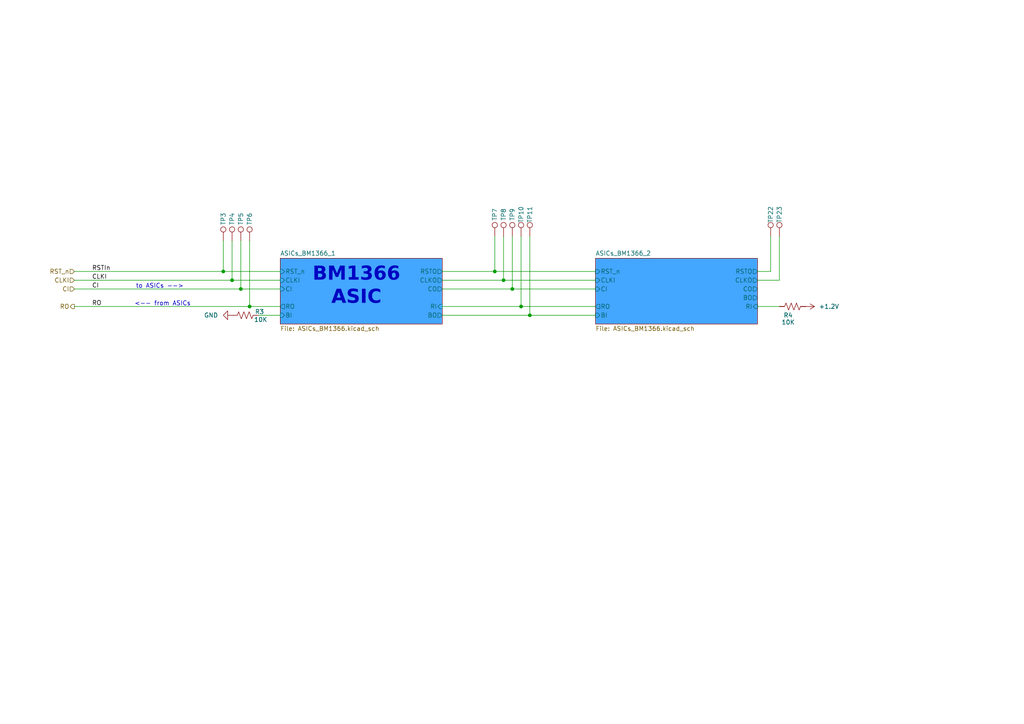
<source format=kicad_sch>
(kicad_sch (version 20231120) (generator "eeschema") (generator_version "8.0")
  (paper "A4")
  (lib_symbols
    (symbol "Connector:TestPoint" (pin_numbers hide) (pin_names (offset 0.762) hide)
      (property "Reference" "TP" (at 0 6.858 0))
      (property "Value" "TestPoint" (at 0 5.08 0))
      (symbol "TestPoint_0_1"
        (circle (center 0 3.302) (radius 0.762))
      )
      (symbol "TestPoint_1_1"
        (pin passive line (at 0 0 90) (length 2.54) (name "1") (number "1"))
      )
    )
    (symbol "Device:R_US" (pin_numbers hide) (pin_names (offset 0))
      (property "Reference" "R" (at 2.54 0 90))
      (property "Value" "R_US" (at -2.54 0 90))
      (symbol "R_US_0_1"
        (polyline (pts (xy 0 -2.286) (xy 0 -2.54)))
        (polyline (pts (xy 0 2.286) (xy 0 2.54)))
        (polyline (pts (xy 0 -0.762) (xy 1.016 -1.143) (xy 0 -1.524) (xy -1.016 -1.905) (xy 0 -2.286)))
        (polyline (pts (xy 0 0.762) (xy 1.016 0.381) (xy 0 0) (xy -1.016 -0.381) (xy 0 -0.762)))
        (polyline (pts (xy 0 2.286) (xy 1.016 1.905) (xy 0 1.524) (xy -1.016 1.143) (xy 0 0.762)))
      )
      (symbol "R_US_1_1"
        (pin passive line (at 0 3.81 270) (length 1.27) (name "~") (number "1"))
        (pin passive line (at 0 -3.81 90) (length 1.27) (name "~") (number "2"))
      )
    )
    (symbol "power:GND" (power) (pin_numbers hide) (pin_names (offset 0) hide)
      (property "Value" "GND" (at 0 -3.81 0))
      (symbol "GND_0_1"
        (polyline (pts (xy 0 0) (xy 0 -1.27) (xy 1.27 -1.27) (xy 0 -2.54) (xy -1.27 -1.27) (xy 0 -1.27)))
      )
      (symbol "GND_1_1"
        (pin power_in line (at 0 0 270) (length 0) (name "~") (number "1"))
      )
    )
    (symbol "power:VDD" (power) (pin_numbers hide) (pin_names (offset 0) hide)
      (property "Value" "VDD" (at 0 3.556 0))
      (symbol "VDD_0_1"
        (polyline (pts (xy -0.762 1.27) (xy 0 2.54)))
        (polyline (pts (xy 0 0) (xy 0 2.54)))
        (polyline (pts (xy 0 2.54) (xy 0.762 1.27)))
      )
      (symbol "VDD_1_1"
        (pin power_in line (at 0 0 90) (length 0) (name "~") (number "1"))
      )
    )
  )
  (junction (at 67.31 81.28))
  (junction (at 143.51 78.74))
  (junction (at 151.13 88.9))
  (junction (at 64.77 78.74))
  (junction (at 153.67 91.44))
  (junction (at 72.39 88.9))
  (junction (at 69.85 83.82))
  (junction (at 146.05 81.28))
  (junction (at 148.59 83.82))
  (wire (pts (xy 219.71 78.74) (xy 223.52 78.74)))
  (wire (pts (xy 128.27 83.82) (xy 148.59 83.82)))
  (wire (pts (xy 21.59 88.9) (xy 72.39 88.9)))
  (wire (pts (xy 143.51 78.74) (xy 172.72 78.74)))
  (wire (pts (xy 69.85 69.85) (xy 69.85 83.82)))
  (wire (pts (xy 72.39 69.85) (xy 72.39 88.9)))
  (wire (pts (xy 153.67 91.44) (xy 172.72 91.44)))
  (wire (pts (xy 69.85 83.82) (xy 81.28 83.82)))
  (wire (pts (xy 148.59 68.58) (xy 148.59 83.82)))
  (wire (pts (xy 219.71 81.28) (xy 226.06 81.28)))
  (wire (pts (xy 74.93 91.44) (xy 81.28 91.44)))
  (wire (pts (xy 128.27 88.9) (xy 151.13 88.9)))
  (wire (pts (xy 146.05 68.58) (xy 146.05 81.28)))
  (wire (pts (xy 146.05 81.28) (xy 172.72 81.28)))
  (wire (pts (xy 219.71 88.9) (xy 226.06 88.9)))
  (wire (pts (xy 67.31 69.85) (xy 67.31 81.28)))
  (wire (pts (xy 64.77 78.74) (xy 81.28 78.74)))
  (wire (pts (xy 21.59 83.82) (xy 69.85 83.82)))
  (wire (pts (xy 64.77 69.85) (xy 64.77 78.74)))
  (wire (pts (xy 223.52 68.58) (xy 223.52 78.74)))
  (wire (pts (xy 153.67 68.58) (xy 153.67 91.44)))
  (wire (pts (xy 21.59 78.74) (xy 64.77 78.74)))
  (wire (pts (xy 226.06 68.58) (xy 226.06 81.28)))
  (wire (pts (xy 128.27 91.44) (xy 153.67 91.44)))
  (wire (pts (xy 72.39 88.9) (xy 81.28 88.9)))
  (wire (pts (xy 67.31 81.28) (xy 81.28 81.28)))
  (wire (pts (xy 21.59 81.28) (xy 67.31 81.28)))
  (wire (pts (xy 128.27 78.74) (xy 143.51 78.74)))
  (wire (pts (xy 143.51 68.58) (xy 143.51 78.74)))
  (wire (pts (xy 148.59 83.82) (xy 172.72 83.82)))
  (wire (pts (xy 128.27 81.28) (xy 146.05 81.28)))
  (wire (pts (xy 151.13 88.9) (xy 172.72 88.9)))
  (wire (pts (xy 151.13 68.58) (xy 151.13 88.9)))
  (text "BM1366\nASIC" (at 103.378 84.074 0) (effects (font (size 4 4) (thickness 0.8) (bold yes))))
  (text "<-- from ASICs" (at 55.372 88.138 0) (effects (font (size 1.27 1.27)) (justify right)))
  (text "to ASICs -->" (at 39.37 83.058 0) (effects (font (size 1.27 1.27)) (justify left)))
  (label "RO" (at 26.67 88.9 0))
  (label "CLKI" (at 26.67 81.28 0))
  (label "RSTIn" (at 26.67 78.74 0))
  (label "CI" (at 26.67 83.82 0))
  (hierarchical_label "CLKI" (shape input) (at 21.59 81.28 180))
  (hierarchical_label "RO" (shape output) (at 21.59 88.9 180))
  (hierarchical_label "CI" (shape input) (at 21.59 83.82 180))
  (hierarchical_label "RST_n" (shape input) (at 21.59 78.74 180))
  (symbol (lib_id "Connector:TestPoint") (at 223.52 68.58 0) (unit 1) (in_bom no)
    (property "Reference" "TP22" (at 223.52 62.23 90))
    (property "Value" "TestPoint" (effects (hide yes)))
    (property "Footprint" "TestPoint:TestPoint_Pad_D1.0mm" (effects (hide yes)))
  )
  (symbol (lib_id "Connector:TestPoint") (at 146.05 68.58 0) (unit 1) (in_bom no)
    (property "Reference" "TP8" (at 146.05 62.23 90))
    (property "Value" "TestPoint" (effects (hide yes)))
    (property "Footprint" "TestPoint:TestPoint_Pad_D1.0mm" (effects (hide yes)))
  )
  (symbol (lib_id "power:GND") (at 67.31 91.44 270) (unit 1)
    (property "Reference" "#PWR021" (effects (hide yes)))
    (property "Value" "GND" (at 61.214 91.44 90))
    (property "Description" "Power symbol creates a global label with name \"GND\" , ground" (effects (hide yes)))
  )
  (symbol (lib_id "Connector:TestPoint") (at 67.31 69.85 0) (unit 1) (in_bom no)
    (property "Reference" "TP4" (at 67.31 63.5 90))
    (property "Value" "TestPoint" (effects (hide yes)))
    (property "Footprint" "TestPoint:TestPoint_Pad_D1.0mm" (effects (hide yes)))
  )
  (symbol (lib_id "Connector:TestPoint") (at 148.59 68.58 0) (mirror y) (unit 1) (in_bom no)
    (property "Reference" "TP9" (at 148.59 62.23 90))
    (property "Value" "TestPoint" (effects (hide yes)))
    (property "Footprint" "TestPoint:TestPoint_Pad_D1.0mm" (effects (hide yes)))
  )
  (symbol (lib_id "Device:R_US") (at 229.87 88.9 270) (unit 1)
    (property "Reference" "R4" (at 228.6 91.44 90))
    (property "Value" "10K" (at 228.6 93.472 90))
    (property "Footprint" "Resistor_SMD:R_0402_1005Metric" (effects (hide yes)))
    (property "MP" "RMC1/16SK1002FTH" (effects (hide yes)))
    (property "P/N MOUSER" "791-RMC1/16SK103FTH" (effects (hide yes)))
  )
  (symbol (lib_id "Connector:TestPoint") (at 143.51 68.58 0) (unit 1) (in_bom no)
    (property "Reference" "TP7" (at 143.51 62.23 90))
    (property "Value" "TestPoint" (effects (hide yes)))
    (property "Footprint" "TestPoint:TestPoint_Pad_D1.0mm" (effects (hide yes)))
  )
  (symbol (lib_id "Connector:TestPoint") (at 64.77 69.85 0) (unit 1) (in_bom no)
    (property "Reference" "TP3" (at 64.77 63.5 90))
    (property "Value" "TestPoint" (effects (hide yes)))
    (property "Footprint" "TestPoint:TestPoint_Pad_D1.0mm" (effects (hide yes)))
  )
  (symbol (lib_id "Connector:TestPoint") (at 226.06 68.58 0) (unit 1) (in_bom no)
    (property "Reference" "TP23" (at 226.06 62.23 90))
    (property "Value" "TestPoint" (effects (hide yes)))
    (property "Footprint" "TestPoint:TestPoint_Pad_D1.0mm" (effects (hide yes)))
  )
  (symbol (lib_id "Device:R_US") (at 71.12 91.44 90) (unit 1)
    (property "Reference" "R3" (at 73.914 90.424 90) (effects (justify right)))
    (property "Value" "10K" (at 73.66 92.71 90) (effects (justify right)))
    (property "Footprint" "Resistor_SMD:R_0402_1005Metric" (effects (hide yes)))
    (property "MP" "RMC1/16SK1002FTH" (effects (hide yes)))
    (property "P/N MOUSER" "791-RMC1/16SK103FTH" (effects (hide yes)))
  )
  (symbol (lib_id "power:VDD") (at 233.68 88.9 270) (unit 1)
    (property "Reference" "#PWR022" (effects (hide yes)))
    (property "Value" "+1.2V" (at 237.49 88.8999 90) (effects (justify left)))
    (property "Description" "Power symbol creates a global label with name \"VDD\"" (effects (hide yes)))
  )
  (symbol (lib_id "Connector:TestPoint") (at 151.13 68.58 0) (unit 1) (in_bom no)
    (property "Reference" "TP10" (at 151.13 62.23 90))
    (property "Value" "TestPoint" (effects (hide yes)))
    (property "Footprint" "TestPoint:TestPoint_Pad_D1.0mm" (effects (hide yes)))
  )
  (symbol (lib_id "Connector:TestPoint") (at 69.85 69.85 0) (mirror y) (unit 1) (in_bom no)
    (property "Reference" "TP5" (at 69.85 63.5 90))
    (property "Value" "TestPoint" (effects (hide yes)))
    (property "Footprint" "TestPoint:TestPoint_Pad_D1.0mm" (effects (hide yes)))
  )
  (symbol (lib_id "Connector:TestPoint") (at 72.39 69.85 0) (unit 1) (in_bom no)
    (property "Reference" "TP6" (at 72.39 63.5 90))
    (property "Value" "TestPoint" (effects (hide yes)))
    (property "Footprint" "TestPoint:TestPoint_Pad_D1.0mm" (effects (hide yes)))
  )
  (symbol (lib_id "Connector:TestPoint") (at 153.67 68.58 0) (mirror y) (unit 1) (in_bom no)
    (property "Reference" "TP11" (at 153.67 62.23 90))
    (property "Value" "TestPoint" (effects (hide yes)))
    (property "Footprint" "TestPoint:TestPoint_Pad_D1.0mm" (effects (hide yes)))
  )
  (sheet (at 172.72 74.93) (size 46.99 19.05) (stroke (width 0.1524)) (fill (color 67 166 255 1.0000))
    (property "Sheetname" "ASICs_BM1366_2" (at 172.72 74.2184 0) (effects (justify left bottom)))
    (property "Sheetfile" "ASICs_BM1366.kicad_sch" (at 172.72 94.5646 0) (effects (justify left top)))
    (pin "RST_n" input (at 172.72 78.74 180))
    (pin "BI" input (at 172.72 91.44 180))
    (pin "CLKI" input (at 172.72 81.28 180))
    (pin "RO" output (at 172.72 88.9 180))
    (pin "CI" input (at 172.72 83.82 180))
    (pin "RI" input (at 219.71 88.9 0))
    (pin "BO" output (at 219.71 86.36 0))
    (pin "CLKO" output (at 219.71 81.28 0))
    (pin "RSTO" output (at 219.71 78.74 0))
    (pin "CO" output (at 219.71 83.82 0))
  )
  (sheet (at 81.28 74.93) (size 46.99 19.05) (stroke (width 0.1524)) (fill (color 67 166 255 1.0000))
    (property "Sheetname" "ASICs_BM1366_1" (at 81.28 74.2184 0) (effects (justify left bottom)))
    (property "Sheetfile" "ASICs_BM1366.kicad_sch" (at 81.28 94.5646 0) (effects (justify left top)))
    (pin "RST_n" input (at 81.28 78.74 180))
    (pin "BI" input (at 81.28 91.44 180))
    (pin "CLKI" input (at 81.28 81.28 180))
    (pin "RO" output (at 81.28 88.9 180))
    (pin "CI" input (at 81.28 83.82 180))
    (pin "RI" input (at 128.27 88.9 0))
    (pin "BO" output (at 128.27 91.44 0))
    (pin "CLKO" output (at 128.27 81.28 0))
    (pin "RSTO" output (at 128.27 78.74 0))
    (pin "CO" output (at 128.27 83.82 0))
  )
)
</source>
